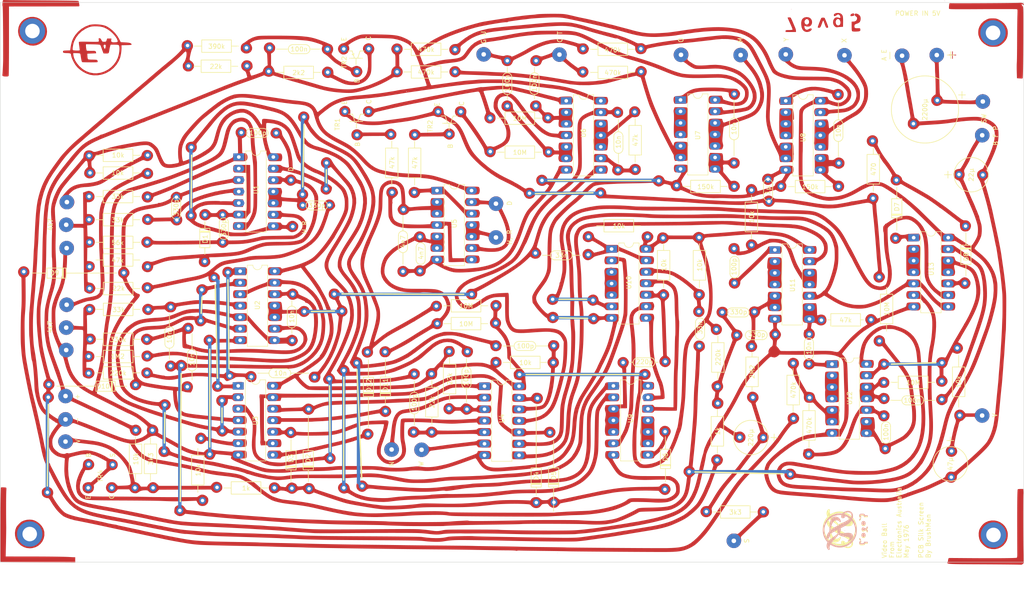
<source format=kicad_pcb>
(kicad_pcb (version 20211014) (generator pcbnew)
  (title_block (title "Video Ball") (rev "V1"))
  (layers (0 "F.Cu" signal) (31 "B.Cu" signal) (34 "B.Paste" user) (35 "F.Paste" user) (36 "B.SilkS" user "B.Silkscreen") (37 "F.SilkS" user "F.Silkscreen") (38 "B.Mask" user) (39 "F.Mask" user) (44 "Edge.Cuts" user))
  (net 0 "")
  (net 1 "Net-(D1-Pad2)")
  (net 2 "/LS")
  (net 3 "/BL")
  (net 4 "GND")
  (net 5 "/CL")
  (net 6 "/BR")
  (net 7 "VDD")
  (net 8 "Net-(U3-Pad6)")
  (net 9 "Net-(D1-Pad1)")
  (net 10 "Net-(U1-Pad2)")
  (net 11 "Net-(U1-Pad5)")
  (net 12 "Net-(U1-Pad10)")
  (footprint "Package_DIP:DIP-14_W7.62mm_LongPads" (layer "F.Cu") (at 167.9 110.4)
    (fp_text reference "U9")
    (fp_text value "74HC00")
  )
  (footprint "Package_DIP:DIP-14_W7.62mm_LongPads" (layer "F.Cu") (at 139.475 110.475)
    (fp_text reference "U4")
    (fp_text value "74HC02")
  )
  (footprint "" (layer "F.Cu") (at 251.7 143.3 90)
    (fp_text reference "")
    (fp_text value "")
  )
  (footprint "logo:logo" (layer "F.Cu") (at 219 141.6 90)
    (fp_text reference "G***" hide)
    (fp_text value "LOGO" hide)
  )
  (footprint "Package_DIP:DIP-14_W7.62mm_LongPads" (layer "F.Cu") (at 205.9 47.5)
    (fp_text reference "U8")
    (fp_text value "74HC00")
  )
  (footprint "Package_DIP:DIP-14_W7.62mm_LongPads" (layer "F.Cu") (at 216.1 105.6)
    (fp_text reference "U12")
    (fp_text value "74HC00")
  )
  (footprint "Package_DIP:DIP-14_W7.62mm_LongPads" (layer "F.Cu") (at 234.1 77.7)
    (fp_text reference "U13")
    (fp_text value "74HC00")
  )
  (footprint "Package_DIP:DIP-14_W7.62mm_LongPads" (layer "F.Cu") (at 203.5 80.4)
    (fp_text reference "U11")
    (fp_text value "74HC00")
  )
  (footprint "Package_DIP:DIP-14_W7.62mm_LongPads" (layer "F.Cu") (at 157.5 47.5)
    (fp_text reference "U6")
    (fp_text value "74HC00")
  )
  (footprint "Package_DIP:DIP-14_W7.62mm_LongPads" (layer "F.Cu") (at 167.5 80.2)
    (fp_text reference "U10")
    (fp_text value "74HC00")
  )
  (footprint "Package_DIP:DIP-14_W7.62mm_LongPads" (layer "F.Cu") (at 85.3 59.9)
    (fp_text reference "U1")
    (fp_text value "74HC00")
  )
  (footprint "clipboard:15f2ee1d-de54-40c3-92e5-fdcf2354c89a" (layer "F.Cu") (at 51.69 36.14 90)
    (fp_text reference "")
    (fp_text value "")
  )
  (footprint "Package_DIP:DIP-14_W7.62mm_LongPads" (layer "F.Cu") (at 129 67.3)
    (fp_text reference "U5")
    (fp_text value "74HC00")
  )
  (footprint "Package_DIP:DIP-14_W7.62mm_LongPads" (layer "F.Cu") (at 182.7 47.3)
    (fp_text reference "U7")
    (fp_text value "74HC00")
  )
  (footprint "" (layer "F.Cu") (at 39.8 32.1 90)
    (fp_text reference "")
    (fp_text value "")
  )
  (footprint "MountingHole:MountingHole_3.2mm_M3_DIN965_Pad" (layer "F.Cu") (at 39.2 143.1 90)
    (fp_text reference "REF**" hide)
    (fp_text value "MountingHole_3.2mm_M3_DIN965_Pad")
  )
  (footprint "Symbol:Pong" (layer "F.Cu") (at 145.5 87.6 90)
    (fp_text reference "G***" hide)
    (fp_text value "LOGO" hide)
  )
  (footprint "" (layer "F.Cu") (at 251.6 32.5 90)
    (fp_text reference "")
    (fp_text value "")
  )
  (footprint "Package_DIP:DIP-14_W7.62mm_LongPads" (layer "F.Cu") (at 85.175 110.4)
    (fp_text reference "U3")
    (fp_text value "74HC00")
  )
  (footprint "Package_DIP:DIP-14_W7.62mm_LongPads" (layer "F.Cu") (at 85.6 85.1)
    (fp_text reference "U2")
    (fp_text value "74HC00")
  )
  (footprint "logo:logo" (layer "B.Cu") (at 219 142.6 -90)
    (fp_text reference "G***" hide)
    (fp_text value "LOGO" hide)
  )
  (gr_arc (start 69 98.307107) (mid 69.292891 97.599996) (end 70 97.307107) (layer "F.SilkS") (width 0.15))
  (gr_rect (start 192.2 117.16) (end 189.46 123.7) (layer "F.SilkS") (width 0.15) (fill none))
  (gr_line (start 124.4 82.6) (end 124.4 79.807107) (layer "F.SilkS") (width 0.15))
  (gr_line (start 55.4 73.73) (end 53.77 73.73) (layer "F.SilkS") (width 0.15))
  (gr_rect (start 61.97 80.1) (end 55.43 77.36) (layer "F.SilkS") (width 0.15) (fill none))
  (gr_arc (start 97 92.807107) (mid 97.707104 93.100001) (end 98 93.807107) (layer "F.SilkS") (width 0.15))
  (gr_arc (start 197.007107 99.2) (mid 197.300001 98.492896) (end 198.007107 98.2) (layer "F.SilkS") (width 0.15))
  (gr_line (start 98 93.807107) (end 98 96.6) (layer "F.SilkS") (width 0.15))
  (gr_arc (start 149.5 42.307107) (mid 149.792891 41.599996) (end 150.5 41.307107) (layer "F.SilkS") (width 0.15))
  (gr_arc (start 193.007107 94.2) (mid 193.300001 93.492896) (end 194.007107 93.2) (layer "F.SilkS") (width 0.15))
  (gr_arc (start 72.5 72.6) (mid 72.207107 73.307107) (end 71.5 73.6) (layer "F.SilkS") (width 0.15))
  (gr_line (start 195.6 82.807107) (end 195.6 85.6) (layer "F.SilkS") (width 0.15))
  (gr_arc (start 194.5 56.1) (mid 193.792893 55.807107) (end 193.5 55.1) (layer "F.SilkS") (width 0.15))
  (gr_line (start 74 106.1) (end 74 103.307107) (layer "F.SilkS") (width 0.15))
  (gr_line (start 55.43 78.73) (end 53.8 78.73) (layer "F.SilkS") (width 0.15))
  (gr_arc (start 125 115.6) (mid 124.707107 116.307107) (end 124 116.6) (layer "F.SilkS") (width 0.15))
  (gr_line (start 216.5 55.478667) (end 216.5 52.685774) (layer "F.SilkS") (width 0.15))
  (gr_line (start 71 98.307107) (end 71 101.1) (layer "F.SilkS") (width 0.15))
  (gr_line (start 188 96.407107) (end 188 99.2) (layer "F.SilkS") (width 0.15))
  (gr_line (start 178.97 80.53) (end 178.97 79) (layer "F.SilkS") (width 0.15))
  (gr_line (start 165.83 75.07) (end 164.2 75.07) (layer "F.SilkS") (width 0.15))
  (gr_arc (start 196.8 93.2) (mid 197.507107 93.492893) (end 197.8 94.2) (layer "F.SilkS") (width 0.15))
  (gr_rect (start 61.97 101.5) (end 55.43 98.76) (layer "F.SilkS") (width 0.15) (fill none))
  (gr_line (start 65.83 123.23) (end 65.83 121.7) (layer "F.SilkS") (width 0.15))
  (gr_line (start 194.5 56.1) (end 194.5 59.6) (layer "F.SilkS") (width 0.15))
  (gr_line (start 124 111.807107) (end 124 109.35) (layer "F.SilkS") (width 0.15))
  (gr_arc (start 96.75 107.6) (mid 96.457107 108.307107) (end 95.75 108.6) (layer "F.SilkS") (width 0.15))
  (gr_line (start 163.4 67.8) (end 150.675 68) (layer "F.SilkS") (width 0.3))
  (gr_line (start 172.7 59.47) (end 172.7 61.1) (layer "F.SilkS") (width 0.15))
  (gr_line (start 169 54.307107) (end 169 51.6) (layer "F.SilkS") (width 0.15))
  (gr_line (start 97 97.6) (end 97 98.85) (layer "F.SilkS") (width 0.15))
  (gr_arc (start 229 122.1) (mid 228.707107 122.807107) (end 228 123.1) (layer "F.SilkS") (width 0.15))
  (gr_rect (start 61.97 90.3) (end 55.43 87.56) (layer "F.SilkS") (width 0.15) (fill none))
  (gr_circle (center 242.2 127.598685) (end 246 127.698685) (layer "F.SilkS") (width 0.15) (fill none))
  (gr_line (start 184.93 66.4) (end 183.3 66.4) (layer "F.SilkS") (width 0.15))
  (gr_line (start 70 97.307107) (end 70 94.6) (layer "F.SilkS") (width 0.15))
  (gr_line (start 157.8 82.6) (end 155.007107 82.6) (layer "F.SilkS") (width 0.15))
  (gr_line (start 87.957107 53.6) (end 90.75 53.6) (layer "F.SilkS") (width 0.15))
  (gr_rect (start 78.94 76.26) (end 76.7 76.5) (layer "F.SilkS") (width 0.15) (fill solid))
  (gr_rect (start 112.76 112.72) (end 115 108.48) (layer "F.SilkS") (width 0.15) (fill none))
  (gr_arc (start 168 55.307107) (mid 168.292891 54.599996) (end 169 54.307107) (layer "F.SilkS") (width 0.15))
  (gr_line (start 198.04 138.23) (end 199.57 138.23) (layer "F.SilkS") (width 0.15))
  (gr_line (start 126.4 79.807107) (end 126.4 82.6) (layer "F.SilkS") (width 0.15))
  (gr_line (start 76 103.307107) (end 76 106.1) (layer "F.SilkS") (width 0.15))
  (gr_arc (start 188 99.2) (mid 187.707107 99.907107) (end 187 100.2) (layer "F.SilkS") (width 0.15))
  (gr_rect (start 172.37 76.44) (end 165.83 73.7) (layer "F.SilkS") (width 0.15) (fill none))
  (gr_arc (start 95.75 106.6) (mid 96.457107 106.892893) (end 96.75 107.6) (layer "F.SilkS") (width 0.15))
  (gr_line (start 112.05 36.5) (end 112.95 36.5) (layer "F.SilkS") (width 0.15))
  (gr_line (start 83.54 39.87) (end 85.07 39.87) (layer "F.SilkS") (width 0.15))
  (gr_arc (start 97 97.6) (mid 96.292893 97.307107) (end 96 96.6) (layer "F.SilkS") (width 0.15))
  (gr_line (start 211.03 122.4) (end 211.03 124.03) (layer "F.SilkS") (width 0.15))
  (gr_line (start 190.93 100.86) (end 190.93 99.33) (layer "F.SilkS") (width 0.15))
  (gr_arc (start 125.4 83.6) (mid 124.692893 83.307107) (end 124.4 82.6) (layer "F.SilkS") (width 0.15))
  (gr_line (start 123.33 36.13) (end 121.7 36.13) (layer "F.SilkS") (width 0.15))
  (gr_line (start 144.5 46.1) (end 144.5 47.35) (layer "F.SilkS") (width 0.15))
  (gr_arc (start 193.5 52.307107) (mid 193.792891 51.599996) (end 194.5 51.307107) (layer "F.SilkS") (width 0.15))
  (gr_line (start 83 74.307107) (end 83 77.1) (layer "F.SilkS") (width 0.15))
  (gr_line (start 55.43 82.63) (end 53.8 82.63) (layer "F.SilkS") (width 0.15))
  (gr_arc (start 195.5 55.1) (mid 195.207107 55.807107) (end 194.5 56.1) (layer "F.SilkS") (width 0.15))
  (gr_line (start 207.53 114.6) (end 207.53 116.23) (layer "F.SilkS") (width 0.15))
  (gr_arc (start 124 111.807107) (mid 124.707104 112.100001) (end 125 112.807107) (layer "F.SilkS") (width 0.15))
  (gr_arc (start 124 116.6) (mid 123.292893 116.307107) (end 123 115.6) (layer "F.SilkS") (width 0.15))
  (gr_rect (start 78.94 75.66) (end 76.7 79.9) (layer "F.SilkS") (width 0.15) (fill none))
  (gr_rect (start 208.9 108.06) (end 206.16 114.6) (layer "F.SilkS") (width 0.15) (fill none))
  (gr_arc (start 235.292893 112.6) (mid 236.000004 112.892891) (end 236.292893 113.6) (layer "F.SilkS") (width 0.15))
  (gr_line (start 191.5 138.23) (end 189.87 138.23) (layer "F.SilkS") (width 0.15))
  (gr_arc (start 211 104.6) (mid 210.292893 104.307107) (end 210 103.6) (layer "F.SilkS") (width 0.15))
  (gr_line (start 75 107.1) (end 75 109.1) (layer "F.SilkS") (width 0.15))
  (gr_line (start 194.5 51.307107) (end 194.5 47.35) (layer "F.SilkS") (width 0.15))
  (gr_arc (start 82 78.1) (mid 81.292893 77.807107) (end 81 77.1) (layer "F.SilkS") (width 0.15))
  (gr_arc (start 157.8 80.6) (mid 158.507107 80.892893) (end 158.8 81.6) (layer "F.SilkS") (width 0.15))
  (gr_line (start 198.47 110.57) (end 198.47 111.57) (layer "F.SilkS") (width 0.15))
  (gr_line (start 150.88 132.74) (end 150.88 134.6) (layer "F.SilkS") (width 0.15))
  (gr_line (start 144.5 41.307107) (end 144.5 40.1) (layer "F.SilkS") (width 0.15))
  (gr_arc (start 75 107.1) (mid 74.292893 106.807107) (end 74 106.1) (layer "F.SilkS") (width 0.15))
  (gr_line (start 65.83 129.77) (end 65.83 131.4) (layer "F.SilkS") (width 0.15))
  (gr_line (start 143.5 45.1) (end 143.5 42.307107) (layer "F.SilkS") (width 0.15))
  (gr_line (start 81 77.1) (end 81 74.307107) (layer "F.SilkS") (width 0.15))
  (gr_rect (start 153.6 132.74) (end 155.84 128.5) (layer "F.SilkS") (width 0.15) (fill none))
  (gr_arc (start 187 95.407107) (mid 187.707104 95.700001) (end 188 96.407107) (layer "F.SilkS") (width 0.15))
  (gr_arc (start 195.6 85.6) (mid 195.307107 86.307107) (end 194.6 86.6) (layer "F.SilkS") (width 0.15))
  (gr_line (start 191.47 66.4) (end 193 66.4) (layer "F.SilkS") (width 0.15))
  (gr_line (start 100.62 124.7) (end 100.64 117.1) (layer "F.SilkS") (width 0.15))
  (gr_rect (start 61.94 64.8) (end 55.4 62.06) (layer "F.SilkS") (width 0.15) (fill none))
  (gr_rect (start 153.6 132.14) (end 155.84 131.9) (layer "F.SilkS") (width 0.15) (fill solid))
  (gr_line (start 55.43 107.53) (end 53.8 107.53) (layer "F.SilkS") (width 0.15))
  (gr_line (start 121.5 80.996446) (end 121.5 83.6) (layer "F.SilkS") (width 0.15))
  (gr_line (start 61.94 59.53) (end 63.47 59.53) (layer "F.SilkS") (width 0.15))
  (gr_rect (start 67.2 123.23) (end 64.46 129.77) (layer "F.SilkS") (width 0.15) (fill none))
  (gr_line (start 171.04 36.13) (end 172.57 36.13) (layer "F.SilkS") (width 0.15))
  (gr_rect (start 149.76 132.74) (end 152 128.5) (layer "F.SilkS") (width 0.15) (fill none))
  (gr_line (start 186.87 80.53) (end 186.87 79) (layer "F.SilkS") (width 0.15))
  (gr_arc (start 151.5 45.1) (mid 151.207107 45.807107) (end 150.5 46.1) (layer "F.SilkS") (width 0.15))
  (gr_arc (start 212 103.6) (mid 211.707107 104.307107) (end 211 104.6) (layer "F.SilkS") (width 0.15))
  (gr_line (start 149.8 102.6) (end 147.007107 102.6) (layer "F.SilkS") (width 0.15))
  (gr_line (start 150.9 101.6) (end 153.4 101.6) (layer "F.SilkS") (width 0.15))
  (gr_arc (start 120.5 77.203553) (mid 120.792874 76.496412) (end 121.5 76.203553) (layer "F.SilkS") (width 0.15))
  (gr_line (start 110.3 36.5) (end 110.8 38.1) (layer "F.SilkS") (width 0.15))
  (gr_line (start 129.87 41.13) (end 131.4 41.13) (layer "F.SilkS") (width 0.15))
  (gr_arc (start 81 74.307107) (mid 81.292891 73.599996) (end 82 73.307107) (layer "F.SilkS") (width 0.15))
  (gr_arc (start 83 77.1) (mid 82.707107 77.807107) (end 82 78.1) (layer "F.SilkS") (width 0.15))
  (gr_line (start 150.54 58.83) (end 152.07 58.83) (layer "F.SilkS") (width 0.15))
  (gr_arc (start 155.007107 82.6) (mid 154.299996 82.307109) (end 154.007107 81.6) (layer "F.SilkS") (width 0.15))
  (gr_rect (start 229.5 90.16) (end 226.76 96.7) (layer "F.SilkS") (width 0.15) (fill none))
  (gr_rect (start 99.5 128.94) (end 101.74 124.7) (layer "F.SilkS") (width 0.15) (fill none))
  (gr_line (start 55.43 93.53) (end 53.8 93.53) (layer "F.SilkS") (width 0.15))
  (gr_line (start 109.8 52.05) (end 112.65 52.05) (layer "F.SilkS") (width 0.15))
  (gr_line (start 83.67 35.43) (end 85.2 35.43) (layer "F.SilkS") (width 0.15))
  (gr_line (start 53.8 110.48) (end 45.2 110.46) (layer "F.SilkS") (width 0.15))
  (gr_line (start 61.97 93.53) (end 63.5 93.53) (layer "F.SilkS") (width 0.15))
  (gr_arc (start 71.5 68.807107) (mid 72.207104 69.100001) (end 72.5 69.807107) (layer "F.SilkS") (width 0.15))
  (gr_line (start 110.6 37.4) (end 110.7 37.1) (layer "F.SilkS") (width 0.15))
  (gr_line (start 228.13 96.7) (end 228.13 98.33) (layer "F.SilkS") (width 0.15))
  (gr_line (start 81.6 118.5) (end 81.6 115.3) (layer "F.SilkS") (width 0.3))
  (gr_line (start 77 39.87) (end 75.37 39.87) (layer "F.SilkS") (width 0.15))
  (gr_rect (start 61.94 60.9) (end 55.4 58.16) (layer "F.SilkS") (width 0.15) (fill none))
  (gr_arc (start 121.5 76.203553) (mid 122.207123 76.496443) (end 122.5 77.203553) (layer "F.SilkS") (width 0.15))
  (gr_arc (start 97.207106 37.100038) (mid 96.499982 36.807149) (end 96.207106 36.100038) (layer "F.SilkS") (width 0.15))
  (gr_arc (start 70.5 69.807107) (mid 70.792891 69.099996) (end 71.5 68.807107) (layer "F.SilkS") (width 0.15))
  (gr_line (start 225.2 59.33) (end 225.2 57.8) (layer "F.SilkS") (width 0.15))
  (gr_line (start 169 59.1) (end 169 61.35) (layer "F.SilkS") (width 0.15))
  (gr_line (start 150.5 46.1) (end 150.5 47.1) (layer "F.SilkS") (width 0.15))
  (gr_line (start 82.9 87) (end 83.15 106.6) (layer "F.SilkS") (width 0.3))
  (gr_rect (start 229.26 73.34) (end 231.5 69.1) (layer "F.SilkS") (width 0.15) (fill none))
  (gr_line (start 201 68.6) (end 201 65.807107) (layer "F.SilkS") (width 0.15))
  (gr_line (start 120.5 79.996446) (end 120.5 77.203553) (layer "F.SilkS") (width 0.15))
  (gr_line (start 104.6 62.7) (end 104.6 65.6) (layer "F.SilkS") (width 0.3))
  (gr_line (start 178.97 87.07) (end 178.97 88.7) (layer "F.SilkS") (width 0.15))
  (gr_line (start 244.03 112.77) (end 244.03 115.1) (layer "F.SilkS") (width 0.15))
  (gr_line (start 123 115.6) (end 123 112.807107) (layer "F.SilkS") (width 0.15))
  (gr_line (start 162.225 95.5) (end 156 95.4) (layer "F.SilkS") (width 0.3))
  (gr_rect (start 83.54 41.24) (end 77 38.5) (layer "F.SilkS") (width 0.15) (fill none))
  (gr_rect (start 120.4 57.93) (end 117.66 64.47) (layer "F.SilkS") (width 0.15) (fill none))
  (gr_line (start 108.45 108.5) (end 108.4 131.2) (layer "F.SilkS") (width 0.3))
  (gr_arc (start 91.75 54.6) (mid 91.457107 55.307107) (end 90.75 55.6) (layer "F.SilkS") (width 0.15))
  (gr_line (start 101.103554 69.6) (end 103.896447 69.6) (layer "F.SilkS") (width 0.15))
  (gr_rect (start 151.74 106.6) (end 145.2 103.86) (layer "F.SilkS") (width 0.15) (fill none))
  (gr_line (start 171.04 41.23) (end 172.57 41.23) (layer "F.SilkS") (width 0.15))
  (gr_rect (start 150.54 52.7) (end 144 49.96) (layer "F.SilkS") (width 0.15) (fill none))
  (gr_line (start 151.74 105.23) (end 153.27 105.23) (layer "F.SilkS") (width 0.15))
  (gr_arc (start 75 102.307107) (mid 75.707104 102.600001) (end 76 103.307107) (layer "F.SilkS") (width 0.15))
  (gr_line (start 109.475 50.45) (end 110.375 50.45) (layer "F.SilkS") (width 0.15))
  (gr_line (start 245.62 79.36) (end 245.62 76.6) (layer "F.SilkS") (width 0.15))
  (gr_arc (start 96.207106 36.100038) (mid 96.499986 35.392909) (end 97.207106 35.100038) (layer "F.SilkS") (width 0.15))
  (gr_line (start 228.13 90.16) (end 228.13 88.63) (layer "F.SilkS") (width 0.15))
  (gr_line (start 123.33 41.13) (end 121.7 41.13) (layer "F.SilkS") (width 0.15))
  (gr_arc (start 176.042893 104.2) (mid 176.750004 104.492891) (end 177.042893 105.2) (layer "F.SilkS") (width 0.15))
  (gr_line (start 193.5 55.1) (end 193.5 52.307107) (layer "F.SilkS") (width 0.15))
  (gr_arc (start 187 100.2) (mid 186.292893 99.907107) (end 186 99.2) (layer "F.SilkS") (width 0.15))
  (gr_line (start 132.13 96.67) (end 130.5 96.67) (layer "F.SilkS") (width 0.15))
  (gr_line (start 190.93 107.4) (end 190.93 109.03) (layer "F.SilkS") (width 0.15))
  (gr_arc (start 124.4 79.807107) (mid 124.692891 79.099996) (end 125.4 78.807107) (layer "F.SilkS") (width 0.15))
  (gr_line (start 72.4 135.9) (end 72.6 107.7) (layer "F.SilkS") (width 0.3))
  (gr_rect (start 101.77 42.6) (end 95.23 39.86) (layer "F.SilkS") (width 0.15) (fill none))
  (gr_line (start 77.82 79.9) (end 77.82 81.4) (layer "F.SilkS") (width 0.15))
  (gr_rect (start 99.5 128.34) (end 101.74 128.1) (layer "F.SilkS") (width 0.15) (fill solid))
  (gr_line (start 55.4 63.43) (end 53.77 63.43) (layer "F.SilkS") (width 0.15))
  (gr_arc (start 147.007107 102.6) (mid 146.299996 102.307109) (end 146.007107 101.6) (layer "F.SilkS") (width 0.15))
  (gr_line (start 177.042893 105.2) (end 177.8 105.2) (layer "F.SilkS") (width 0.15))
  (gr_rect (start 174.07 52.93) (end 171.33 59.47) (layer "F.SilkS") (width 0.15) (fill none))
  (gr_line (start 205.2 129.8) (end 185.875 129.4) (layer "F.SilkS") (width 0.3))
  (gr_line (start 207.53 108.06) (end 207.53 106.53) (layer "F.SilkS") (width 0.15))
  (gr_line (start 110.3 37.3) (end 110.7 37.1) (layer "F.SilkS") (width 0.15))
  (gr_arc (start 216.5 52.685774) (mid 216.792902 51.978684) (end 217.5 51.685774) (layer "F.SilkS") (width 0.15))
  (gr_rect (start 214.54 67.8) (end 208 65.06) (layer "F.SilkS") (width 0.15) (fill none))
  (gr_line (start 134.5 110) (end 134.5 107.207107) (layer "F.SilkS") (width 0.15))
  (gr_line (start 198.007107 98.2) (end 200.8 98.2) (layer "F.SilkS") (width 0.15))
  (gr_rect (start 125.44 57.93) (end 122.7 64.47) (layer "F.SilkS") (width 0.15) (fill none))
  (gr_rect (start 129.87 42.5) (end 123.33 39.76) (layer "F.SilkS") (width 0.15) (fill none))
  (gr_arc (start 145.5 45.1) (mid 145.207107 45.807107) (end 144.5 46.1) (layer "F.SilkS") (width 0.15))
  (gr_line (start 172.25 105.2) (end 171.4 105.2) (layer "F.SilkS") (width 0.15))
  (gr_line (start 61.94 73.73) (end 63.47 73.73) (layer "F.SilkS") (width 0.15))
  (gr_arc (start 231.5 113.6) (mid 231.792893 112.892893) (end 232.5 112.6) (layer "F.SilkS") (width 0.15))
  (gr_arc (start 100.103554 70.6) (mid 100.396444 69.892877) (end 101.103554 69.6) (layer "F.SilkS") (width 0.15))
  (gr_arc (start 134.5 107.207107) (mid 134.792891 106.499996) (end 135.5 106.207107) (layer "F.SilkS") (width 0.15))
  (gr_line (start 203 65.807107) (end 203 68.6) (layer "F.SilkS") (width 0.15))
  (gr_line (start 103.896447 71.6) (end 101.103554 71.6) (layer "F.SilkS") (width 0.15))
  (gr_line (start 149.5 45.1) (end 149.5 42.307107) (layer "F.SilkS") (width 0.15))
  (gr_line (start 150.88 128.5) (end 150.88 114.6) (layer "F.SilkS") (width 0.15))
  (gr_arc (start 198.007107 100.2) (mid 197.299996 99.907109) (end 197.007107 99.2) (layer "F.SilkS") (width 0.15))
  (gr_line (start 179.38 128.64) (end 179.38 131.6) (layer "F.SilkS") (width 0.15))
  (gr_arc (start 150.5 41.307107) (mid 151.207104 41.600001) (end 151.5 42.307107) (layer "F.SilkS") (width 0.15))
  (gr_line (start 144 58.83) (end 142.37 58.83) (layer "F.SilkS") (width 0.15))
  (gr_line (start 58.04 110.48) (end 60.6 110.48) (layer "F.SilkS") (width 0.15))
  (gr_rect (start 57.44 111.6) (end 57.2 109.36) (layer "F.SilkS") (width 0.15) (fill solid))
  (gr_arc (start 100.999999 36.100038) (mid 100.707092 36.80712) (end 99.999999 37.100038) (layer "F.SilkS") (width 0.15))
  (gr_arc (start 211 99.807107) (mid 211.707104 100.100001) (end 212 100.807107) (layer "F.SilkS") (width 0.15))
  (gr_rect (start 83.67 36.8) (end 77.13 34.06) (layer "F.SilkS") (width 0.15) (fill none))
  (gr_line (start 61.97 107.53) (end 63.5 107.53) (layer "F.SilkS") (width 0.15))
  (gr_line (start 110.6 37.4) (end 110.3 37.3) (layer "F.SilkS") (width 0.15))
  (gr_line (start 212 100.807107) (end 212 103.6) (layer "F.SilkS") (width 0.15))
  (gr_line (start 172.37 75.07) (end 173.9 75.07) (layer "F.SilkS") (width 0.15))
  (gr_arc (start 186 96.407107) (mid 186.292891 95.699996) (end 187 95.407107) (layer "F.SilkS") (width 0.15))
  (gr_rect (start 188.24 80.53) (end 185.5 87.07) (layer "F.SilkS") (width 0.15) (fill none))
  (gr_rect (start 198.04 139.6) (end 191.5 136.86) (layer "F.SilkS") (width 0.15) (fill none))
  (gr_line (start 111.15 38.1) (end 111.15 39.55) (layer "F.SilkS") (width 0.15))
  (gr_arc (start 98 96.6) (mid 97.707107 97.307107) (end 97 97.6) (layer "F.SilkS") (width 0.15))
  (gr_arc (start 169 54.307107) (mid 169.707104 54.600001) (end 170 55.307107) (layer "F.SilkS") (width 0.15))
  (gr_arc (start 173.25 106.2) (mid 172.542893 105.907107) (end 172.25 105.2) (layer "F.SilkS") (width 0.15))
  (gr_arc (start 200.8 98.2) (mid 201.507107 98.492893) (end 201.8 99.2) (layer "F.SilkS") (width 0.15))
  (gr_line (start 186 99.2) (end 186 96.407107) (layer "F.SilkS") (width 0.15))
  (gr_line (start 70.5 72.6) (end 70.5 69.807107) (layer "F.SilkS") (width 0.15))
  (gr_line (start 144 51.33) (end 142.37 51.33) (layer "F.SilkS") (width 0.15))
  (gr_line (start 117.62 108.48) (end 117.62 104.6) (layer "F.SilkS") (width 0.15))
  (gr_line (start 230.38 73.34) (end 230.38 76.1) (layer "F.SilkS") (width 0.15))
  (gr_line (start 95.75 108.6) (end 92.957107 108.6) (layer "F.SilkS") (width 0.15))
  (gr_line (start 106.4 93.9) (end 101.3 94) (layer "F.SilkS") (width 0.3))
  (gr_line (start 43.1 132.5) (end 43.3 114.5) (layer "F.SilkS") (width 0.3))
  (gr_arc (start 101.103554 71.6) (mid 100.396412 71.307126) (end 100.103554 70.6) (layer "F.SilkS") (width 0.15))
  (gr_rect (start 63.9 123.23) (end 61.16 129.77) (layer "F.SilkS") (width 0.15) (fill none))
  (gr_line (start 47.24 85.52) (end 58.4 85.5) (layer "F.SilkS") (width 0.15))
  (gr_arc (start 135.5 111) (mid 134.792893 110.707107) (end 134.5 110) (layer "F.SilkS") (width 0.15))
  (gr_rect (start 61.97 84) (end 55.43 81.26) (layer "F.SilkS") (width 0.15) (fill none))
  (gr_rect (start 199.84 104.03) (end 197.1 110.57) (layer "F.SilkS") (width 0.15) (fill none))
  (gr_line (start 61.97 82.63) (end 63.5 82.63) (layer "F.SilkS") (width 0.15))
  (gr_line (start 217.5 51.685774) (end 217.5 47.6) (layer "F.SilkS") (width 0.15))
  (gr_line (start 214.54 66.43) (end 216.07 66.43) (layer "F.SilkS") (width 0.15))
  (gr_rect (start 112.76 112.12) (end 115 111.88) (layer "F.SilkS") (width 0.15) (fill solid))
  (gr_rect (start 61.97 105.3) (end 55.43 102.56) (layer "F.SilkS") (width 0.15) (fill none))
  (gr_arc (start 99.999999 35.100038) (mid 100.707093 35.392933) (end 100.999999 36.100038) (layer "F.SilkS") (width 0.15))
  (gr_line (start 119.03 57.93) (end 119.03 56.4) (layer "F.SilkS") (width 0.15))
  (gr_line (start 176.2 65.1) (end 153.475 65.1) (layer "F.SilkS") (width 0.3))
  (gr_arc (start 158.8 81.6) (mid 158.507107 82.307107) (end 157.8 82.6) (layer "F.SilkS") (width 0.15))
  (gr_line (start 77.82 75.66) (end 77.82 74.1) (layer "F.SilkS") (width 0.15))
  (gr_rect (start 245.4 106.23) (end 242.66 112.77) (layer "F.SilkS") (width 0.15) (fill none))
  (gr_circle (center 236.6 49.410874) (end 237.001315 42.010874) (layer "F.SilkS") (width 0.15) (fill none))
  (gr_arc (start 146.007107 101.6) (mid 146.300001 100.892896) (end 147.007107 100.6) (layer "F.SilkS") (width 0.15))
  (gr_line (start 132.575 50.85) (end 133.475 50.85) (layer "F.SilkS") (width 0.15))
  (gr_line (start 211.03 115.86) (end 211.03 114.33) (layer "F.SilkS") (width 0.15))
  (gr_arc (start 193.6 82.807107) (mid 193.892891 82.099996) (end 194.6 81.807107) (layer "F.SilkS") (width 0.15))
  (gr_line (start 239 105.3) (end 229.2 105.6) (layer "F.SilkS") (width 0.3))
  (gr_line (start 61.97 103.93) (end 63.5 103.93) (layer "F.SilkS") (width 0.15))
  (gr_rect (start 222.37 97.2) (end 215.83 94.46) (layer "F.SilkS") (width 0.15) (fill none))
  (gr_line (start 138.67 96.67) (end 140.2 96.67) (layer "F.SilkS") (width 0.15))
  (gr_arc (start 201.8 99.2) (mid 201.507107 99.907107) (end 200.8 100.2) (layer "F.SilkS") (width 0.15))
  (gr_rect (start 95.7 128.34) (end 97.94 128.1) (layer "F.SilkS") (width 0.15) (fill solid))
  (gr_line (start 134.9 90.2) (end 108.05 90.1) (layer "F.SilkS") (width 0.3))
  (gr_arc (start 203 68.6) (mid 202.707107 69.307107) (end 202 69.6) (layer "F.SilkS") (width 0.15))
  (gr_line (start 146.007107 101.6) (end 143.5 101.6) (layer "F.SilkS") (width 0.15))
  (gr_line (start 61.94 63.43) (end 63.47 63.43) (layer "F.SilkS") (width 0.15))
  (gr_line (start 229 119.307107) (end 229 122.1) (layer "F.SilkS") (width 0.15))
  (gr_arc (start 126.4 82.6) (mid 126.107107 83.307107) (end 125.4 83.6) (layer "F.SilkS") (width 0.15))
  (gr_line (start 145.5 42.307107) (end 145.5 45.1) (layer "F.SilkS") (width 0.15))
  (gr_line (start 179.38 124.4) (end 179.38 121.6) (layer "F.SilkS") (width 0.15))
  (gr_arc (start 218.5 55.478667) (mid 218.207118 56.185795) (end 217.5 56.478667) (layer "F.SilkS") (width 0.15))
  (gr_arc (start 172.25 105.2) (mid 172.542893 104.492893) (end 173.25 104.2) (layer "F.SilkS") (width 0.15))
  (gr_line (start 129.87 36.13) (end 131.4 36.13) (layer "F.SilkS") (width 0.15))
  (gr_arc (start 70 97.307107) (mid 70.707104 97.600001) (end 71 98.307107) (layer "F.SilkS") (width 0.15))
  (gr_line (start 131.77 105.63) (end 131.77 104.1) (layer "F.SilkS") (width 0.15))
  (gr_arc (start 103.896447 69.6) (mid 104.603523 69.89291) (end 104.896447 70.6) (layer "F.SilkS") (width 0.15))
  (gr_line (start 55.43 88.93) (end 53.8 88.93) (layer "F.SilkS") (width 0.15))
  (gr_line (start 158.8 81.6) (end 160.75 81.6) (layer "F.SilkS") (width 0.15))
  (gr_rect (start 149.76 132.14) (end 152 131.9) (layer "F.SilkS") (width 0.15) (fill solid))
  (gr_line (start 172.7 52.93) (end 172.7 51.4) (layer "F.SilkS") (width 0.15))
  (gr_line (start 74.9 59.5) (end 74.8 71.1) (layer "F.SilkS") (width 0.3))
  (gr_line (start 72.5 69.807107) (end 72.5 72.6) (layer "F.SilkS") (width 0.15))
  (gr_line (start 130.825 50.85) (end 131.325 52.45) (layer "F.SilkS") (width 0.15))
  (gr_line (start 218.5 52.685774) (end 218.5 55.478667) (layer "F.SilkS") (width 0.15))
  (gr_line (start 170 55.307107) (end 170 58.1) (layer "F.SilkS") (width 0.15))
  (gr_arc (start 70 102.1) (mid 69.292893 101.807107) (end 69 101.1) (layer "F.SilkS") (width 0.15))
  (gr_line (start 208 66.43) (end 206.37 66.43) (layer "F.SilkS") (width 0.15))
  (gr_rect (start 180.34 80.53) (end 177.6 87.07) (layer "F.SilkS") (width 0.15) (fill none))
  (gr_line (start 55.4 59.53) (end 53.77 59.53) (layer "F.SilkS") (width 0.15))
  (gr_line (start 155.007107 80.6) (end 157.8 80.6) (layer "F.SilkS") (width 0.15))
  (gr_arc (start 121.5 80.996446) (mid 120.792877 80.703556) (end 120.5 79.996446) (layer "F.SilkS") (width 0.15))
  (gr_line (start 193.6 85.6) (end 193.6 82.807107) (layer "F.SilkS") (width 0.15))
  (gr_arc (start 201 65.807107) (mid 201.292891 65.099996) (end 202 64.807107) (layer "F.SilkS") (width 0.15))
  (gr_line (start 154.72 132.74) (end 154.72 138.1) (layer "F.SilkS") (width 0.15))
  (gr_arc (start 170 58.1) (mid 169.707107 58.807107) (end 169 59.1) (layer "F.SilkS") (width 0.15))
  (gr_line (start 173.25 104.2) (end 176.042893 104.2) (layer "F.SilkS") (width 0.15))
  (gr_line (start 236.292893 113.6) (end 238.8 113.6) (layer "F.SilkS") (width 0.15))
  (gr_arc (start 82 73.307107) (mid 82.707104 73.600001) (end 83 74.307107) (layer "F.SilkS") (width 0.15))
  (gr_line (start 90.75 55.6) (end 87.957107 55.6) (layer "F.SilkS") (width 0.15))
  (gr_line (start 215.83 95.83) (end 215.13 95.83) (layer "F.SilkS") (width 0.15))
  (gr_arc (start 202 69.6) (mid 201.292893 69.307107) (end 201 68.6) (layer "F.SilkS") (width 0.15))
  (gr_rect (start 138.67 98.04) (end 132.13 95.3) (layer "F.SilkS") (width 0.15) (fill none))
  (gr_rect (start 116.5 112.72) (end 118.74 108.48) (layer "F.SilkS") (width 0.15) (fill none))
  (gr_line (start 227 122.1) (end 227 119.307107) (layer "F.SilkS") (width 0.15))
  (gr_line (start 230.38 69.1) (end 230.38 66.6) (layer "F.SilkS") (width 0.15))
  (gr_arc (start 202 64.807107) (mid 202.707104 65.100001) (end 203 65.807107) (layer "F.SilkS") (width 0.15))
  (gr_line (start 131.77 112.17) (end 131.77 113.8) (layer "F.SilkS") (width 0.15))
  (gr_arc (start 123 112.807107) (mid 123.292891 112.099996) (end 124 111.807107) (layer "F.SilkS") (width 0.15))
  (gr_line (start 75 102.307107) (end 75 98.85) (layer "F.SilkS") (width 0.15))
  (gr_line (start 125 112.807107) (end 125 115.6) (layer "F.SilkS") (width 0.15))
  (gr_line (start 231.5 113.6) (end 229 113.6) (layer "F.SilkS") (width 0.15))
  (gr_arc (start 236.292893 113.6) (mid 235.999999 114.307104) (end 235.292893 114.6) (layer "F.SilkS") (width 0.15))
  (gr_line (start 124 116.6) (end 124 119.1) (layer "F.SilkS") (width 0.15))
  (gr_line (start 70 102.1) (end 70 104.6) (layer "F.SilkS") (width 0.15))
  (gr_rect (start 61.97 108.9) (end 55.43 106.16) (layer "F.SilkS") (width 0.15) (fill none))
  (gr_rect (start 47.24 86.64) (end 43 84.4) (layer "F.SilkS") (width 0.15) (fill none))
  (gr_line (start 244.03 106.23) (end 244.03 103.7) (layer "F.SilkS") (width 0.15))
  (gr_line (start 198.33 69.86) (end 198.33 68.33) (layer "F.SilkS") (width 0.15))
  (gr_line (start 97 92.807107) (end 97 91.6) (layer "F.SilkS") (width 0.15))
  (gr_arc (start 87.957107 55.6) (mid 87.249996 55.307109) (end 86.957107 54.6) (layer "F.SilkS") (width 0.15))
  (gr_line (start 76.27 132.27) (end 76.27 133.9) (layer "F.SilkS") (width 0.15))
  (gr_line (start 225.2 65.87) (end 225.2 67.5) (layer "F.SilkS") (width 0.15))
  (gr_arc (start 149.8 100.6) (mid 150.507107 100.892893) (end 150.8 101.6) (layer "F.SilkS") (width 0.15))
  (gr_line (start 237.24 109.63) (end 238.77 109.63) (layer "F.SilkS") (width 0.15))
  (gr_arc (start 74 103.307107) (mid 74.292891 102.599996) (end 75 102.307107) (layer "F.SilkS") (width 0.15))
  (gr_line (start 245.62 83.6) (end 245.62 86.1) (layer "F.SilkS") (width 0.15))
  (gr_arc (start 91.957107 107.6) (mid 92.250001 106.892896) (end 92.957107 106.6) (layer "F.SilkS") (width 0.15))
  (gr_line (start 99.999999 37.100038) (end 97.207106 37.100038) (layer "F.SilkS") (width 0.15))
  (gr_line (start 132.575 50.85) (end 132.025 52.45) (layer "F.SilkS") (width 0.15))
  (gr_rect (start 212.4 115.86) (end 209.66 122.4) (layer "F.SilkS") (width 0.15) (fill none))
  (gr_line (start 164.5 36.13) (end 162.87 36.13) (layer "F.SilkS") (width 0.15))
  (gr_line (start 121.5 76.203553) (end 121.5 72.85) (layer "F.SilkS") (width 0.15))
  (gr_line (start 95.23 41.23) (end 93.6 41.23) (layer "F.SilkS") (width 0.15))
  (gr_rect (start 171.04 42.6) (end 164.5 39.86) (layer "F.SilkS") (width 0.15) (fill none))
  (gr_rect (start 237.24 111) (end 230.7 108.26) (layer "F.SilkS") (width 0.15) (fill none))
  (gr_line (start 76.27 125.73) (end 76.27 124.2) (layer "F.SilkS") (width 0.15))
  (gr_line (start 190.83 117.16) (end 190.83 115.63) (layer "F.SilkS") (width 0.15))
  (gr_rect (start 229.26 72.74) (end 231.5 72.5) (layer "F.SilkS") (width 0.15) (fill solid))
  (gr_line (start 55.4 68.63) (end 53.77 68.63) (layer "F.SilkS") (width 0.15))
  (gr_line (start 77.13 35.43) (end 75.5 35.43) (layer "F.SilkS") (width 0.15))
  (gr_rect (start 58.04 111.6) (end 53.8 109.36) (layer "F.SilkS") (width 0.15) (fill none))
  (gr_arc (start 143.5 42.307107) (mid 143.792891 41.599996) (end 144.5 41.307107) (layer "F.SilkS") (width 0.15))
  (gr_arc (start 194.007107 95.2) (mid 193.299996 94.907109) (end 193.007107 94.2) (layer "F.SilkS") (width 0.15))
  (gr_arc (start 150.5 46.1) (mid 149.792893 45.807107) (end 149.5 45.1) (layer "F.SilkS") (width 0.15))
  (gr_rect (start 46.64 86.64) (end 46.4 84.4) (layer "F.SilkS") (width 0.15) (fill solid))
  (gr_rect (start 90.17 134.3) (end 83.63 131.56) (layer "F.SilkS") (width 0.15) (fill none))
  (gr_line (start 113.88 112.72) (end 113.88 119.6) (layer "F.SilkS") (width 0.15))
  (gr_line (start 230.7 109.63) (end 229.07 109.63) (layer "F.SilkS") (width 0.15))
  (gr_arc (start 71 101.1) (mid 70.707107 101.807107) (end 70 102.1) (layer "F.SilkS") (width 0.15))
  (gr_line (start 99.7 52.7) (end 99.4 66.5) (layer "F.SilkS") (width 0.3))
  (gr_line (start 232.5 112.6) (end 235.292893 112.6) (layer "F.SilkS") (width 0.15))
  (gr_line (start 150.5 41.307107) (end 150.5 40.1) (layer "F.SilkS") (width 0.15))
  (gr_line (start 235.292893 114.6) (end 232.5 114.6) (layer "F.SilkS") (width 0.15))
  (gr_arc (start 144.5 46.1) (mid 143.792893 45.807107) (end 143.5 45.1) (layer "F.SilkS") (width 0.15))
  (gr_arc (start 228 118.307107) (mid 228.707104 118.600001) (end 229 119.307107) (layer "F.SilkS") (width 0.15))
  (gr_arc (start 122.5 79.996446) (mid 122.207091 80.703523) (end 121.5 80.996446) (layer "F.SilkS") (width 0.15))
  (gr_line (start 154.007107 81.6) (end 152.25 81.6) (layer "F.SilkS") (width 0.15))
  (gr_line (start 151.5 42.307107) (end 151.5 45.1) (layer "F.SilkS") (width 0.15))
  (gr_line (start 55.43 103.93) (end 53.8 103.93) (layer "F.SilkS") (width 0.15))
  (gr_line (start 78.9 123.9) (end 78.9 102.3) (layer "F.SilkS") (width 0.3))
  (gr_line (start 198.33 76.4) (end 198.33 78.03) (layer "F.SilkS") (width 0.15))
  (gr_rect (start 226.57 59.33) (end 223.83 65.87) (layer "F.SilkS") (width 0.15) (fill none))
  (gr_line (start 83.63 132.93) (end 82 132.93) (layer "F.SilkS") (width 0.15))
  (gr_line (start 222.37 95.83) (end 223.03 95.83) (layer "F.SilkS") (width 0.15))
  (gr_line (start 195.5 52.307107) (end 195.5 55.1) (layer "F.SilkS") (width 0.15))
  (gr_arc (start 71.5 73.6) (mid 70.792893 73.307107) (end 70.5 72.6) (layer "F.SilkS") (width 0.15))
  (gr_arc (start 169 59.1) (mid 168.292893 58.807107) (end 168 58.1) (layer "F.SilkS") (width 0.15))
  (gr_arc (start 104.896447 70.6) (mid 104.603557 71.307123) (end 103.896447 71.6) (layer "F.SilkS") (width 0.15))
  (gr_line (start 124.07 64.47) (end 124.07 66.1) (layer "F.SilkS") (width 0.15))
  (gr_arc (start 136.5 110) (mid 136.207107 110.707107) (end 135.5 111) (layer "F.SilkS") (width 0.15))
  (gr_line (start 61.97 88.93) (end 63.5 88.93) (layer "F.SilkS") (width 0.15))
  (gr_rect (start 192.3 100.86) (end 189.56 107.4) (layer "F.SilkS") (width 0.15) (fill none))
  (gr_line (start 145.2 105.23) (end 143.57 105.23) (layer "F.SilkS") (width 0.15))
  (gr_arc (start 217.5 51.685774) (mid 218.207116 51.978666) (end 218.5 52.685774) (layer "F.SilkS") (width 0.15))
  (gr_line (start 112.125 50.45) (end 113.025 50.45) (layer "F.SilkS") (width 0.15))
  (gr_line (start 111.225 52.05) (end 111.225 53.5) (layer "F.SilkS") (width 0.15))
  (gr_line (start 112.05 36.5) (end 111.5 38.1) (layer "F.SilkS") (width 0.15))
  (gr_line (start 217.5 56.478667) (end 217.5 59.85) (layer "F.SilkS") (width 0.15))
  (gr_line (start 112.125 50.45) (end 111.575 52.05) (layer "F.SilkS") (width 0.15))
  (gr_line (start 132.13 92.73) (end 130.5 92.73) (layer "F.SilkS") (width 0.15))
  (gr_arc (start 210 100.807107) (mid 210.292891 100.099996) (end 211 99.807107) (layer "F.SilkS") (width 0.15))
  (gr_line (start 91.957107 107.6) (end 89.5 107.6) (layer "F.SilkS") (width 0.15))
  (gr_arc (start 227 119.307107) (mid 227.292891 118.599996) (end 228 118.307107) (layer "F.SilkS") (width 0.15))
  (gr_line (start 198.47 104.03) (end 198.47 103.07) (layer "F.SilkS") (width 0.15))
  (gr_line (start 129.925 50.85) (end 130.825 50.85) (layer "F.SilkS") (width 0.15))
  (gr_line (start 150.54 51.33) (end 152.07 51.33) (layer "F.SilkS") (width 0.15))
  (gr_arc (start 154.007107 81.6) (mid 154.300001 80.892896) (end 155.007107 80.6) (layer "F.SilkS") (width 0.15))
  (gr_line (start 97.207106 35.100038) (end 99.999999 35.100038) (layer "F.SilkS") (width 0.15))
  (gr_arc (start 86.957107 54.6) (mid 87.250001 53.892896) (end 87.957107 53.6) (layer "F.SilkS") (width 0.15))
  (gr_rect (start 61.97 94.9) (end 55.43 92.16) (layer "F.SilkS") (width 0.15) (fill none))
  (gr_line (start 55.43 100.13) (end 53.8 100.13) (layer "F.SilkS") (width 0.15))
  (gr_line (start 131.675 52.45) (end 131.675 53.9) (layer "F.SilkS") (width 0.15))
  (gr_circle (center 246.8 63.798685) (end 246.9 59.998685) (layer "F.SilkS") (width 0.15) (fill none))
  (gr_line (start 105.3 110.4) (end 105.45 124.9) (layer "F.SilkS") (width 0.3))
  (gr_rect (start 178.26 128.04) (end 180.5 127.8) (layer "F.SilkS") (width 0.15) (fill solid))
  (gr_arc (start 92.957107 108.6) (mid 92.249996 108.307109) (end 91.957107 107.6) (layer "F.SilkS") (width 0.15))
  (gr_arc (start 177.042893 105.2) (mid 176.749999 105.907104) (end 176.042893 106.2) (layer "F.SilkS") (width 0.15))
  (gr_line (start 68.9 123) (end 69 116.3) (layer "F.SilkS") (width 0.3))
  (gr_line (start 113.88 108.48) (end 113.88 104.6) (layer "F.SilkS") (width 0.15))
  (gr_line (start 176.042893 106.2) (end 173.25 106.2) (layer "F.SilkS") (width 0.15))
  (gr_rect (start 138.67 94.1) (end 132.13 91.36) (layer "F.SilkS") (width 0.15) (fill none))
  (gr_line (start 69 101.1) (end 69 98.307107) (layer "F.SilkS") (width 0.15))
  (gr_line (start 90.17 132.93) (end 91.7 132.93) (layer "F.SilkS") (width 0.15))
  (gr_line (start 124.07 57.93) (end 124.07 56.4) (layer "F.SilkS") (width 0.15))
  (gr_arc (start 135.5 106.207107) (mid 136.207104 106.500001) (end 136.5 107.207107) (layer "F.SilkS") (width 0.15))
  (gr_rect (start 199.7 69.86) (end 196.96 76.4) (layer "F.SilkS") (width 0.15) (fill none))
  (gr_line (start 135.5 111) (end 135.5 114.1) (layer "F.SilkS") (width 0.15))
  (gr_line (start 92.957107 106.6) (end 95.75 106.6) (layer "F.SilkS") (width 0.15))
  (gr_line (start 186.87 87.07) (end 186.87 88.7) (layer "F.SilkS") (width 0.15))
  (gr_line (start 77.2 90.8) (end 77 94.4) (layer "F.SilkS") (width 0.3))
  (gr_line (start 122.5 77.203553) (end 122.5 79.996446) (layer "F.SilkS") (width 0.15))
  (gr_line (start 96.82 124.7) (end 96.82 122.2) (layer "F.SilkS") (width 0.15))
  (gr_arc (start 197.8 94.2) (mid 197.507107 94.907107) (end 196.8 95.2) (layer "F.SilkS") (width 0.15))
  (gr_rect (start 171.04 37.5) (end 164.5 34.76) (layer "F.SilkS") (width 0.15) (fill none))
  (gr_line (start 101.77 41.23) (end 103.3 41.23) (layer "F.SilkS") (width 0.15))
  (gr_rect (start 246.74 79.96) (end 244.5 80.2) (layer "F.SilkS") (width 0.15) (fill solid))
  (gr_line (start 147.007107 100.6) (end 149.8 100.6) (layer "F.SilkS") (width 0.15))
  (gr_rect (start 191.47 67.77) (end 184.93 65.03) (layer "F.SilkS") (width 0.15) (fill none))
  (gr_line (start 168 58.1) (end 168 55.307107) (layer "F.SilkS") (width 0.15))
  (gr_line (start 138.67 92.73) (end 140.2 92.73) (layer "F.SilkS") (width 0.15))
  (gr_line (start 111.35 106.8) (end 112.4 130.7) (layer "F.SilkS") (width 0.3))
  (gr_arc (start 228 123.1) (mid 227.292893 122.807107) (end 227 122.1) (layer "F.SilkS") (width 0.15))
  (gr_arc (start 144.5 41.307107) (mid 145.207104 41.600001) (end 145.5 42.307107) (layer "F.SilkS") (width 0.15))
  (gr_rect (start 61.94 75.1) (end 55.4 72.36) (layer "F.SilkS") (width 0.15) (fill none))
  (gr_line (start 61.97 100.13) (end 63.5 100.13) (layer "F.SilkS") (width 0.15))
  (gr_rect (start 77.64 125.73) (end 74.9 132.27) (layer "F.SilkS") (width 0.15) (fill none))
  (gr_arc (start 96 93.807107) (mid 96.292891 93.099996) (end 97 92.807107) (layer "F.SilkS") (width 0.15))
  (gr_rect (start 150.54 60.2) (end 144 57.46) (layer "F.SilkS") (width 0.15) (fill none))
  (gr_line (start 117.62 112.72) (end 117.62 114.6) (layer "F.SilkS") (width 0.15))
  (gr_rect (start 133.14 105.63) (end 130.4 112.17) (layer "F.SilkS") (width 0.15) (fill none))
  (gr_line (start 200.8 100.2) (end 198.007107 100.2) (layer "F.SilkS") (width 0.15))
  (gr_line (start 62.53 123.23) (end 62.53 121.7) (layer "F.SilkS") (width 0.15))
  (gr_rect (start 178.26 128.64) (end 180.5 124.4) (layer "F.SilkS") (width 0.15) (fill none))
  (gr_line (start 100.999999 36.100038) (end 103.3 36.1) (layer "F.SilkS") (width 0.15))
  (gr_rect (start 129.87 37.5) (end 123.33 34.76) (layer "F.SilkS") (width 0.15) (fill none))
  (gr_line (start 96.82 128.94) (end 96.8 131.6) (layer "F.SilkS") (width 0.15))
  (gr_line (start 196.8 95.2) (end 194.007107 95.2) (layer "F.SilkS") (width 0.15))
  (gr_line (start 43 85.52) (end 39.7 85.5) (layer "F.SilkS") (width 0.15))
  (gr_arc (start 194.5 51.307107) (mid 195.207104 51.600001) (end 195.5 52.307107) (layer "F.SilkS") (width 0.15))
  (gr_rect (start 95.7 128.94) (end 97.94 124.7) (layer "F.SilkS") (width 0.15) (fill none))
  (gr_line (start 136.5 107.207107) (end 136.5 110) (layer "F.SilkS") (width 0.15))
  (gr_line (start 61.94 68.63) (end 63.47 68.63) (layer "F.SilkS") (width 0.15))
  (gr_arc (start 90.75 53.6) (mid 91.457107 53.892893) (end 91.75 54.6) (layer "F.SilkS") (width 0.15))
  (gr_line (start 210 103.6) (end 210 100.807107) (layer "F.SilkS") (width 0.15))
  (gr_rect (start 116.5 112.12) (end 118.74 111.88) (layer "F.SilkS") (width 0.15) (fill solid))
  (gr_line (start 164.5 41.23) (end 162.87 41.23) (layer "F.SilkS") (width 0.15))
  (gr_line (start 162 91.3) (end 155.9 91.3) (layer "F.SilkS") (width 0.3))
  (gr_line (start 194.007107 93.2) (end 196.8 93.2) (layer "F.SilkS") (width 0.15))
  (gr_line (start 96.75 107.6) (end 100.75 107.6) (layer "F.SilkS") (width 0.15))
  (gr_arc (start 150.8 101.6) (mid 150.507107 102.307107) (end 149.8 102.6) (layer "F.SilkS") (width 0.15))
  (gr_line (start 190.83 123.7) (end 190.83 125.33) (layer "F.SilkS") (width 0.15))
  (gr_line (start 62.53 129.77) (end 62.53 131.4) (layer "F.SilkS") (width 0.15))
  (gr_line (start 109.725 38.1) (end 112.575 38.1) (layer "F.SilkS") (width 0.15))
  (gr_line (start 130.25 52.45) (end 133.1 52.45) (layer "F.SilkS") (width 0.15))
  (gr_arc (start 125.4 78.807107) (mid 126.107104 79.100001) (end 126.4 79.807107) (layer "F.SilkS") (width 0.15))
  (gr_line (start 96 96.6) (end 96 93.807107) (layer "F.SilkS") (width 0.15))
  (gr_rect (start 246.74 79.36) (end 244.5 83.6) (layer "F.SilkS") (width 0.15) (fill none))
  (gr_line (start 127.87 110.73) (end 127.87 109.2) (layer "F.SilkS") (width 0.15))
  (gr_arc (start 194.6 86.6) (mid 193.892893 86.307107) (end 193.6 85.6) (layer "F.SilkS") (width 0.15))
  (gr_line (start 119.03 64.47) (end 119.03 66.1) (layer "F.SilkS") (width 0.15))
  (gr_line (start 110.375 50.45) (end 110.875 52.05) (layer "F.SilkS") (width 0.15))
  (gr_line (start 173.5 107.9) (end 148.65 107.9) (layer "F.SilkS") (width 0.3))
  (gr_circle (center 198.201315 121.8) (end 198.101315 125.6) (layer "F.SilkS") (width 0.15) (fill none))
  (gr_line (start 109.4 36.5) (end 110.3 36.5) (layer "F.SilkS") (width 0.15))
  (gr_rect (start 61.94 70) (end 55.4 67.26) (layer "F.SilkS") (width 0.15) (fill none))
  (gr_line (start 61.97 78.73) (end 63.5 78.73) (layer "F.SilkS") (width 0.15))
  (gr_arc (start 232.5 114.6) (mid 231.792893 114.307107) (end 231.5 113.6) (layer "F.SilkS") (width 0.15))
  (gr_line (start 80.6 108.7) (end 80.1 88.1) (layer "F.SilkS") (width 0.3))
  (gr_rect (start 129.24 110.73) (end 126.5 117.27) (layer "F.SilkS") (width 0.15) (fill none))
  (gr_line (start 154.72 128.5) (end 154.72 122.5) (layer "F.SilkS") (width 0.15))
  (gr_line (start 96.207106 36.100038) (end 93.6 36.1) (layer "F.SilkS") (width 0.15))
  (gr_arc (start 217.5 56.478667) (mid 216.792905 56.185772) (end 216.5 55.478667) (layer "F.SilkS") (width 0.15))
  (gr_line (start 127.87 117.27) (end 127.87 118.9) (layer "F.SilkS") (width 0.15))
  (gr_line (start 135.5 106.207107) (end 135.5 104.35) (layer "F.SilkS") (width 0.15))
  (gr_line (start 100.62 128.94) (end 100.64 131.6) (layer "F.SilkS") (width 0.15))
  (gr_arc (start 194.6 81.807107) (mid 195.307104 82.100001) (end 195.6 82.807107) (layer "F.SilkS") (width 0.15))
  (gr_arc (start 76 106.1) (mid 75.707107 106.807107) (end 75 107.1) (layer "F.SilkS") (width 0.15))
  (gr_rect (start 32.7 149.3) (end 258.4 25.8) (layer "Edge.Cuts") (width 0.1) (fill none))
  (gr_text "+" (at 242.5 37.4 90) (layer "F.Cu") (effects (font (size 2 2))))
  (gr_text "4k7" (at 43.8 74.8 90) (layer "F.SilkS") (effects (font (size 1 1))))
  (gr_text "220p" (at 174.742893 105.1) (layer "F.SilkS") (effects (font (size 1 1))))
  (gr_text "3k3" (at 65.9 126.5 90) (layer "F.SilkS") (effects (font (size 1 1))))
  (gr_text "V" (at 49.8 122.6 90) (layer "F.SilkS") (effects (font (size 1 1))))
  (gr_text "220k" (at 191 104.1 90) (layer "F.SilkS") (effects (font (size 1 1))))
  (gr_text "D10\n" (at 55.4 110.5) (layer "F.SilkS") (effects (font (size 1 1))))
  (gr_text "100n" (at 144.5 43.6 90) (layer "F.SilkS") (effects (font (size 1 1))))
  (gr_text "H, R" (at 145 77.6 90) (layer "F.SilkS") (effects (font (size 1 1))))
  (gr_text "100n" (at 150.5 43.6 90) (layer "F.SilkS") (effects (font (size 1 1))))
  (gr_text "B" (at 52.2 125.7 90) (layer "F.SilkS") (effects (font (size 1 1))))
  (gr_text "10k\n" (at 76.34 129 90) (layer "F.SilkS") (effects (font (size 1 1))))
  (gr_text "56k\n" (at 58.6 78.8) (layer "F.SilkS") (effects (font (size 1 1))))
  (gr_text "47k\n" (at 58.6 82.7) (layer "F.SilkS") (effects (font (size 1 1))))
  (gr_text "-" (at 49.7 118 90) (layer "F.SilkS") (effects (font (size 1 1))))
  (gr_text "47k" (at 124.14 61.17 90) (layer "F.SilkS") (effects (font (size 1 1))))
  (gr_text "100p\n" (at 135.4 108.6 90) (layer "F.SilkS") (effects (font (size 1 1))))
  (gr_text "X" (at 218.8 34.2 90) (layer "F.SilkS") (effects (font (size 1 1))))
  (gr_text "+" (at 242.198685 122.298685) (layer "F.SilkS") (effects (font (size 2 2))))
  (gr_text "47k" (at 119.1 61.17 90) (layer "F.SilkS") (effects (font (size 1 1))))
  (gr_text "Y" (at 206 34 90) (layer "F.SilkS") (effects (font (size 1 1))))
  (gr_text "W" (at 125.5 127.6 90) (layer "F.SilkS") (effects (font (size 1 1))))
  (gr_text "M" (at 195.9 34.1 90) (layer "F.SilkS") (effects (font (size 1 1))))
  (gr_text "10k\n" (at 62.6 126.5 90) (layer "F.SilkS") (effects (font (size 1 1))))
  (gr_text "1k" (at 86.9 133) (layer "F.SilkS") (effects (font (size 1 1))))
  (gr_text "H R\n" (at 99.8 75.4 90) (layer "F.SilkS") (effects (font (size 1 1))))
  (gr_text "470k" (at 126.6 41.2) (layer "F.SilkS") (effects (font (size 1 1))))
  (gr_text "1μ" (at 201.935364 67.18473 90) (layer "F.SilkS") (effects (font (size 1 1))))
  (gr_text "C" (at 134.45 48.1 90) (layer "F.SilkS") (effects (font (size 1 1))))
  (gr_text "V" (at 252 116.9 90) (layer "F.SilkS") (effects (font (size 1 1))))
  (gr_text "330p\n" (at 82 75.6 90) (layer "F.SilkS") (effects (font (size 1 1))))
  (gr_text "10M\n" (at 135.43 92.8) (layer "F.SilkS") (effects (font (size 1 1))))
  (gr_text "D12\n" (at 114 110.28 90) (layer "F.SilkS") (effects (font (size 1 1))))
  (gr_text "2k2\n" (at 98.5 41.3) (layer "F.SilkS") (effects (font (size 1 1))))
  (gr_text "+" (at 49.7 112.8 90) (layer "F.SilkS") (effects (font (size 1 1))))
  (gr_text "100p" (at 148.5 101.6) (layer "F.SilkS") (effects (font (size 1 1))))
  (gr_text "4n7" (at 125.5 81.1 90) (layer "F.SilkS") (effects (font (size 1 1))))
  (gr_text "E" (at 108.5 33.9 90) (layer "F.SilkS") (effects (font (size 1 1))))
  (gr_text "4n7" (at 121.5 78.6 90) (layer "F.SilkS") (effects (font (size 1 1))))
  (gr_text "G U" (at 139.3 33.5 90) (layer "F.SilkS") (effects (font (size 1 1))))
  (gr_text "330p\n" (at 195.5 94.1) (layer "F.SilkS") (effects (font (size 1 1))))
  (gr_text "D" (at 96.8 62.6 90) (layer "F.SilkS") (effects (font (size 1 1))))
  (gr_text "2200μ" (at 236.6 49.410874 90) (layer "F.SilkS") (effects (font (size 1 1))))
  (gr_text "B" (at 131.95 57.5 90) (layer "F.SilkS") (effects (font (size 1 1))))
  (gr_text "100n" (at 228 120.6 90) (layer "F.SilkS") (effects (font (size 1 1))))
  (gr_text "E" (at 52.1 135 90) (layer "F.SilkS") (effects (font (size 1 1))))
  (gr_text "D7" (at 230.4 70.9 90) (layer "F.SilkS") (effects (font (size 1 1))))
  (gr_text "TR4" (at 54.8 130.3 90) (layer "F.SilkS") (effects (font (size 1 1))))
  (gr_text "330p\n" (at 71.5 71.1 90) (layer "F.SilkS") (effects (font (size 1 1))))
  (gr_text "10k" (at 169.13 75.14) (layer "F.SilkS") (effects (font (size 1 1))))
  (gr_text "470k" (at 211.1 119.13 90) (layer "F.SilkS") (effects (font (size 1 1))))
  (gr_text "10n" (at 211 102.1 90) (layer "F.SilkS") (effects (font (size 1 1))))
  (gr_text "33k" (at 58.6 73.8) (layer "F.SilkS") (effects (font (size 1 1))))
  (gr_text "10n" (at 97 95.1 90) (layer "F.SilkS") (effects (font (size 1 1))))
  (gr_text "E" (at 108.6 47.9 90) (layer "F.SilkS") (effects (font (size 1 1))))
  (gr_text "10M\n" (at 135.43 96.74) (layer "F.SilkS") (effects (font (size 1 1))))
  (gr_text "+" (at 203.501315 121.798685 270) (layer "F.SilkS") (effects (font (size 2 2))))
  (gr_text "470k" (at 207.6 111.33 90) (layer "F.SilkS") (effects (font (size 1 1))))
  (gr_text "330k\n" (at 58.7 100.2) (layer "F.SilkS") (effects (font (size 1 1))))
  (gr_text "POWER IN 5V" (at 235 28.2) (layer "F.SilkS") (effects (font (size 1 1))))
  (gr_text "330p\n" (at 199.5 99.1) (layer "F.SilkS") (effects (font (size 1 1))))
  (gr_text "TR1" (at 107.05 52.7 90) (layer "F.SilkS") (effects (font (size 1 1))))
  (gr_text "100n" (at 233.792893 113.6) (layer "F.SilkS") (effects (font (size 1 1))))
  (gr_text "2M2" (at 198.5 107.3 90) (layer "F.SilkS") (effects (font (size 1 1))))
  (gr_text "10M" (at 147.27 58.9) (layer "F.SilkS") (effects (font (size 1 1))))
  (gr_text "10k\n" (at 148.5 105.3) (layer "F.SilkS") (effects (font (size 1 1))))
  (gr_text "10n" (at 94.5 107.6) (layer "F.SilkS") (effects (font (size 1 1))))
  (gr_text "SW" (at 249.6 51.4 90) (layer "F.SilkS") (effects (font (size 1 1))))
  (gr_text "10M" (at 228.2 93.43 90) (layer "F.SilkS") (effects (font (size 1 1))))
  (gr_text "47k" (at 172.77 56.2 90) (layer "F.SilkS") (effects (font (size 1 1))))
  (gr_text "10k" (at 198.4 73.1 90) (layer "F.SilkS") (effects (font (size 1 1))))
  (gr_text "150k" (at 211.3 66.5) (layer "F.SilkS") (effects (font (size 1 1))))
  (gr_text "D8\n" (at 245.7 81.9 90) (layer "F.SilkS") (effects (font (size 1 1))))
  (gr_text "D1\n" (at 77.9 78 90) (layer "F.SilkS") (effects (font (size 1 1))))
  (gr_text "330p\n" (at 102.5 70.6) (layer "F.SilkS") (effects (font (size 1 1))))
  (gr_text "A E" (at 227.6 37.4 90) (layer "F.SilkS") (effects (font (size 1 1))))
  (gr_text "10k\n" (at 58.6 63.4) (layer "F.SilkS") (effects (font (size 1 1))))
  (gr_text "10n" (at 70 99.6 90) (layer "F.SilkS") (effects (font (size 1 1))))
  (gr_text "C" (at 114 47.7 90) (layer "F.SilkS") (effects (font (size 1 1))))
  (gr_text "4k7" (at 43.7 97.4 90) (layer "F.SilkS") (effects (font (size 1 1))))
  (gr_text "100p\n" (at 124 114.1 90) (layer "F.SilkS") (effects (font (size 1 1))))
  (gr_text "470k" (at 167.77 36.3) (layer "F.SilkS") (effects (font (size 1 1))))
  (gr_text "D6" (at 179.4 126.1 90) (layer "F.SilkS") (effects (font (size 1 1))))
  (gr_text "TR2\n" (at 108.55 39 90) (layer "F.SilkS") (effects (font (size 1 1))))
  (gr_text "D5" (at 154.74 130.2 90) (layer "F.SilkS") (effects (font (size 1 1))))
  (gr_text "S" (at 57.5 125.7 90) (layer "F.SilkS") (effects (font (size 1 1))))
  (gr_text "100p" (at 194.5 84.1 90) (layer "F.SilkS") (effects (font (size 1 1))))
  (gr_text "390k\n" (at 80.4 35.5) (layer "F.SilkS") (effects (font (size 1 1))))
  (gr_text "B" (at 111.4 43.1 90) (layer "F.SilkS") (effects (font (size 1 1))))
  (gr_text "220μ" (at 198.201315 121.8 90) (layer "F.SilkS") (effects (font (size 1 1))))
  (gr_text "D" (at 145 70.1 90) (layer "F.SilkS") (effects (font (size 1 1))))
  (gr_text "D4" (at 150.9 130.3 90) (layer "F.SilkS") (effects (font (size 1 1))))
  (gr_text "1M2\n" (at 58.6 103.9) (layer "F.SilkS") (effects (font (size 1 1))))
  (gr_text "33n" (at 156.5 81.6) (layer "F.SilkS") (effects (font (size 1 1))))
  (gr_text "10k" (at 186.94 83.77 90) (layer "F.SilkS") (effects (font (size 1 1))))
  (gr_text "47k" (at 219.1 95.9) (layer "F.SilkS") (effects (font (size 1 1))))
  (gr_text "B F P" (at 252.2 55.2 90) (layer "F.SilkS") (effects (font (size 1 1))))
  (gr_text "C T" (at 156.1 33.4 90) (layer "F.SilkS") (effects (font (size 1 1))))
  (gr_text "22k\n" (at 58.8 88.9) (layer "F.SilkS") (effects (font (size 1 1))))
  (gr_text "10M" (at 147.27 51.4) (layer "F.SilkS") (effects (font (size 1 1))))
  (gr_text "100n" (at 98.603552 36.100038) (layer "F.SilkS") (effects (font (size 1 1))))
  (gr_text "470k" (at 126.6 36.2) (layer "F.SilkS") (effects (font (size 1 1))))
  (gr_text "220k\n" (at 58.7 107.6) (layer "F.SilkS") (effects (font (size 1 1))))
  (gr_text "33k" (at 58.6 68.6) (layer "F.SilkS") (effects (font (size 1 1))))
  (gr_text "D2\n" (at 100.6 126.4 90) (layer "F.SilkS") (effects (font (size 1 1))))
  (gr_text "B" (at 111.5 57.1 90) (layer "F.SilkS") (effects (font (size 1 1))))
  (gr_text "D9\n" (at 44.7 85.5) (layer "F.SilkS") (effects (font (size 1 1))))
  (gr_text "+" (at 241.5 63.8 90) (layer "F.SilkS") (effects (font (size 2 2))))
  (gr_text "N" (at 119 127.6 90) (layer "F.SilkS") (effects (font (size 1 1))))
  (gr_text "33k\n" (at 58.8 93.6) (layer "F.SilkS") (effects (font (size 1 1))))
  (gr_text "Video Ball\nFrom \nElectronics Australia\nMay 1976\n\nPCB Silk Screen \nBy BrushMan" (at 232.5 148.5 90) (layer "F.SilkS") (effects (font (size 1 1)) (justify left)))
  (gr_text "-" (at 228.7 37.5 90) (layer "F.SilkS") (effects (font (size 2 2))))
  (gr_text "O" (at 182.8 34.1 90) (layer "F.SilkS") (effects (font (size 1 1))))
  (gr_text "1k" (at 190.9 120.4 90) (layer "F.SilkS") (effects (font (size 1 1))))
  (gr_text "C" (at 113.9 33.7 90) (layer "F.SilkS") (effects (font (size 1 1))))
  (gr_text "10k" (at 179.04 83.77 90) (layer "F.SilkS") (effects (font (size 1 1))))
  (gr_text "150k" (at 188.23 66.47) (layer "F.SilkS") (effects (font (size 1 1))))
  (gr_text "10n" (at 169 56.6 90) (layer "F.SilkS") (effects (font (size 1 1))))
  (gr_text "3k3" (at 194.8 138.3) (layer "F.SilkS") (effects (font (size 1 1))))
  (gr_text "470" (at 225.27 62.6 90) (layer "F.SilkS") (effects (font (size 1 1))))
  (gr_text "33n" (at 187 97.6 90) (layer "F.SilkS") (effects (font (size 1 1))))
  (gr_text "22k" (at 127.94 113.97 90) (layer "F.SilkS") (effects (font (size 1 1))))
  (gr_text "10n" (at 194.5 53.6 90) (layer "F.SilkS") (effects (font (size 1 1))))
  (gr_text "22μ" (at 246.8 63.798685 90) (layer "F.SilkS") (effects (font (size 1 1))))
  (gr_text "D11\n" (at 117.64 110.18 90) (layer "F.SilkS") (effects (font (size 1 1))))
  (gr_text "10n" (at 217.5 54.1 90) (layer "F.SilkS") (effects (font (size 1 1))))
  (gr_text "E" (at 129.05 48.3 90) (layer "F.SilkS") (effects (font (size 1 1))))
  (gr_text "S" (at 197.3 144.6 90) (layer "F.SilkS") (effects (font (size 1 1))))
  (gr_text "10k" (at 58.7 59.5) (layer "F.SilkS") (effects (font (size 1 1))))
  (gr_text "10M\n" (at 234 109.7) (layer "F.SilkS") (effects (font (size 1 1))))
  (gr_text "100p" (at 89.5 54.6) (layer "F.SilkS") (effects (font (size 1 1))))
  (gr_text "+" (at 244.6 46.2 90) (layer "F.SilkS") (effects (font (size 2 2))))
  (gr_text "C" (at 57.3 134.9 90) (layer "F.SilkS") (effects (font (size 1 1))))
  (gr_text "10k" (at 244 109.5 90) (layer "F.SilkS") (effects (font (size 1 1))))
  (gr_text "470k" (at 167.77 41.3) (layer "F.SilkS") (effects (font (size 1 1))))
  (gr_text "TR2" (at 127.5 53.1 90) (layer "F.SilkS") (effects (font (size 1 1))))
  (gr_text "22k\n" (at 80.27 39.94) (layer "F.SilkS") (effects (font (size 1 1))))
  (gr_text "+" (at 242.1 37.4 90) (layer "F.SilkS") (effects (font (size 2 2))))
  (gr_text "10n" (at 75 104.6 90) (layer "F.SilkS") (effects (font (size 1 1))))
  (gr_text "47μ" (at 242.2 127.598685 90) (layer "F.SilkS") (effects (font (size 1 1))))
  (gr_text "D3\n" (at 96.8 126.4 90) (layer "F.SilkS") (effects (font (size 1 1))))
  (gr_text "22k" (at 131.84 108.87 90) (layer "F.SilkS") (effects (font (size 1 1))))
  (segment (start 106.3 90.1) (end 106.4 90.2) (width 0.25) (layer "F.Cu") (net 0))
  (segment (start 104.55 61.3) (end 104.65 61.2) (width 0.75) (layer "B.Cu") (net 0))
  (segment (start 165 67.9) (end 165.05 67.85) (width 0.75) (layer "B.Cu") (net 0))
  (segment (start 43.1 133.9) (end 43.1 113.1) (width 0.75) (layer "B.Cu") (net 0))
  (segment (start 80.7 110.45) (end 80.65 110.5) (width 0.75) (layer "B.Cu") (net 0))
  (segment (start 154.5 91.3) (end 163.2 91.3) (width 0.75) (layer "B.Cu") (net 0))
  (segment (start 206.35 129.35) (end 206.9 129.9) (width 0.75) (layer "B.Cu") (net 0))
  (segment (start 82.9 85.35) (end 82.9 107.8) (width 0.75) (layer "B.Cu") (net 0))
  (segment (start 99.35 51.35) (end 99.65 51.05) (width 0.75) (layer "B.Cu") (net 0))
  (segment (start 78.9 125.5) (end 78.9 100.4) (width 0.75) (layer "B.Cu") (net 0))
  (segment (start 227.6 105.6) (end 240.05 105.6) (width 0.75) (layer "B.Cu") (net 0))
  (segment (start 105.45 109.05) (end 105.25 108.85) (width 0.75) (layer "B.Cu") (net 0))
  (segment (start 99.35 68.15) (end 99.35 51.35) (width 0.75) (layer "B.Cu") (net 0))
  (segment (start 147.2 107.9) (end 174.8 107.9) (width 0.75) (layer "B.Cu") (net 0))
  (segment (start 76.9 89.45) (end 77.15 89.2) (width 0.75) (layer "B.Cu") (net 0))
  (segment (start 163.2 91.3) (end 163.4 91.5) (width 0.75) (layer "B.Cu") (net 0))
  (segment (start 105.45 126.4) (end 105.45 109.05) (width 0.75) (layer "B.Cu") (net 0))
  (segment (start 163.35 95.35) (end 163.55 95.55) (width 0.75) (layer "B.Cu") (net 0))
  (segment (start 111.7 105.75) (end 111.3 105.35) (width 0.75) (layer "B.Cu") (net 0))
  (segment (start 149.4 67.9) (end 165 67.9) (width 0.75) (layer "B.Cu") (net 0))
  (segment (start 68.85 114.75) (end 69 114.6) (width 0.75) (layer "B.Cu") (net 0))
  (segment (start 81.6 120.3) (end 81.65 120.35) (width 0.75) (layer "B.Cu") (net 0))
  (segment (start 184.6 129.35) (end 206.35 129.35) (width 0.75) (layer "B.Cu") (net 0))
  (segment (start 108.45 107) (end 108.45 132.9) (width 0.75) (layer "B.Cu") (net 0))
  (segment (start 99.75 94) (end 107.95 94) (width 0.75) (layer "B.Cu") (net 0))
  (segment (start 78.9 100.4) (end 78.8 100.3) (width 0.75) (layer "B.Cu") (net 0))
  (segment (start 72.3 106.25) (end 72.65 105.9) (width 0.75) (layer "B.Cu") (net 0))
  (segment (start 82.9 107.8) (end 83.3 108.2) (width 0.75) (layer "B.Cu") (net 0))
  (segment (start 72.3 137.9) (end 72.3 106.25) (width 0.75) (layer "B.Cu") (net 0))
  (segment (start 74.75 57.85) (end 74.85 57.75) (width 0.75) (layer "B.Cu") (net 0))
  (segment (start 154.55 95.35) (end 163.35 95.35) (width 0.75) (layer "B.Cu") (net 0))
  (segment (start 68.85 124.85) (end 68.85 114.75) (width 0.75) (layer "B.Cu") (net 0))
  (segment (start 152.15 65.05) (end 177.8 65.05) (width 0.75) (layer "B.Cu") (net 0))
  (segment (start 240.05 105.6) (end 240.35 105.3) (width 0.75) (layer "B.Cu") (net 0))
  (segment (start 80.7 87.35) (end 80.7 110.45) (width 0.75) (layer "B.Cu") (net 0))
  (segment (start 43.1 113.1) (end 43.3 112.9) (width 0.75) (layer "B.Cu") (net 0))
  (segment (start 106.4 90.2) (end 136.65 90.2) (width 0.75) (layer "B.Cu") (net 0))
  (segment (start 174.8 107.9) (end 174.85 107.85) (width 0.75) (layer "B.Cu") (net 0))
  (segment (start 104.55 66.95) (end 104.55 61.3) (width 0.75) (layer "B.Cu") (net 0))
  (segment (start 177.8 65.05) (end 177.9 65.15) (width 0.75) (layer "B.Cu") (net 0))
  (segment (start 112.5 132.5) (end 111.7 131.7) (width 0.75) (layer "B.Cu") (net 0))
  (segment (start 111.7 131.7) (end 111.7 105.75) (width 0.75) (layer "B.Cu") (net 0))
  (segment (start 107.95 94) (end 108.05 93.9) (width 0.75) (layer "B.Cu") (net 0))
  (segment (start 81.6 113.65) (end 81.6 120.3) (width 0.75) (layer "B.Cu") (net 0))
  (segment (start 79.85 86.5) (end 80.7 87.35) (width 0.75) (layer "B.Cu") (net 0))
  (segment (start 74.75 72.8) (end 74.75 57.85) (width 0.75) (layer "B.Cu") (net 0))
  (segment (start 76.9 96.05) (end 76.9 89.45) (width 0.75) (layer "B.Cu") (net 0))
)
</source>
